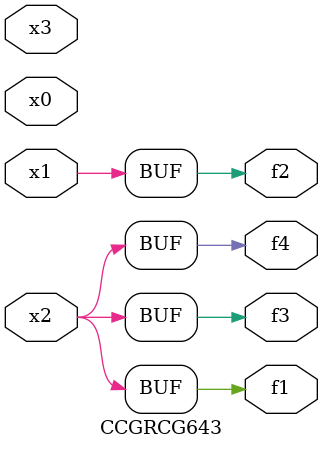
<source format=v>
module CCGRCG643(
	input x0, x1, x2, x3,
	output f1, f2, f3, f4
);
	assign f1 = x2;
	assign f2 = x1;
	assign f3 = x2;
	assign f4 = x2;
endmodule

</source>
